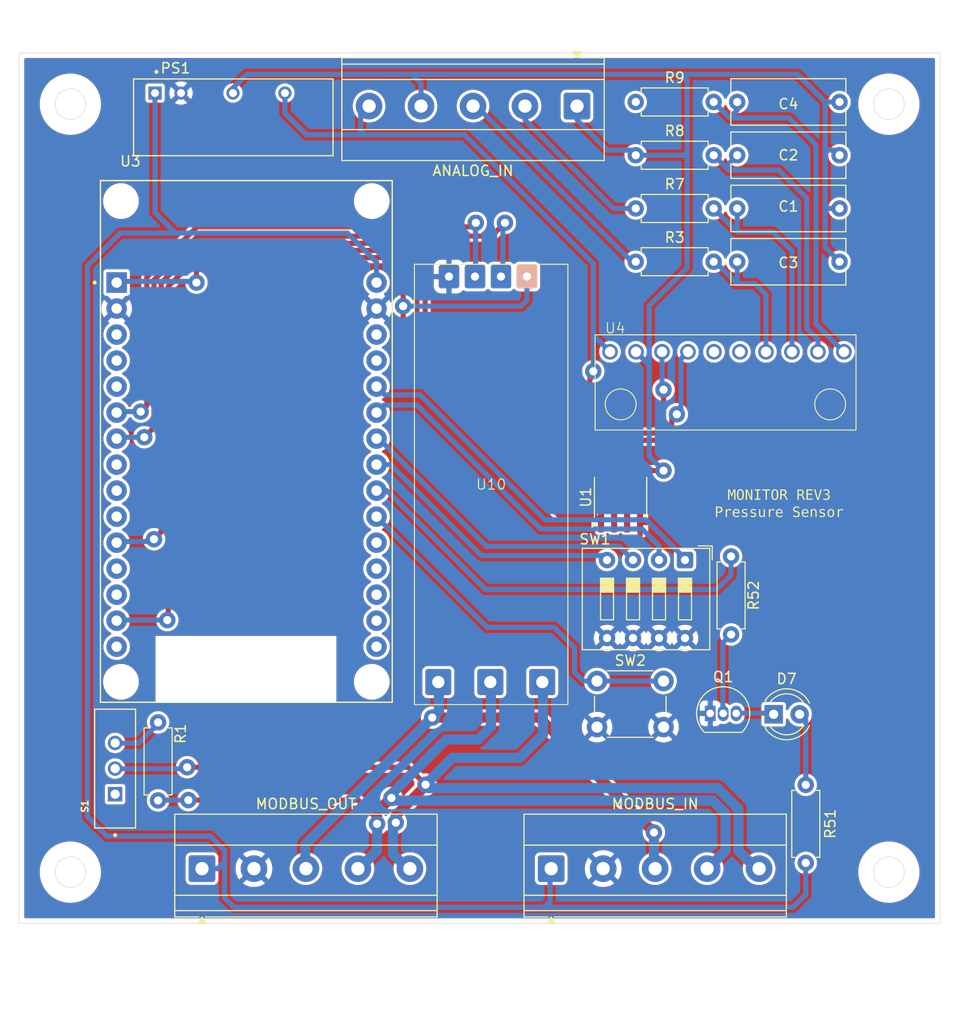
<source format=kicad_pcb>
(kicad_pcb (version 20241229) (generator "pcbnew") (generator_version "9.0")
  (layers (0 "F.Cu" signal) (2 "B.Cu" signal) (13 "F.Paste" user) (15 "B.Paste" user) (5 "F.SilkS" user "F.Silkscreen") (7 "B.SilkS" user "B.Silkscreen") (1 "F.Mask" user) (3 "B.Mask" user) (25 "Edge.Cuts" user))
  (net 0 "")
  (net 1 "GND_T")
  (net 2 "Net-(D7-A)")
  (net 3 "Net-(D7-K)")
  (net 4 "5V_ISO")
  (net 5 "GND_ISO")
  (net 6 "485+")
  (net 7 "485-")
  (net 8 "SDA_H")
  (net 9 "TX")
  (net 10 "GND")
  (net 11 "3V3")
  (net 12 "5V")
  (net 13 "SDA")
  (net 14 "RX")
  (net 15 "SCL_H")
  (net 16 "SCL")
  (net 17 "DIP_2")
  (net 18 "ALE")
  (net 19 "LED")
  (net 20 "BUTTOM")
  (net 21 "DIP_1")
  (net 22 "DIP_4")
  (net 23 "DIP_3")
  (net 24 "SIGNAL_OUT2")
  (net 25 "SIGNAL_OUT3")
  (net 26 "SIGNAL_OUT1")
  (net 27 "Net-(Q1-B)")
  (net 28 "ALE_H")
  (net 29 "Net-(R1-Pad1)")
  (net 47 "SIGNAL_OUT4")
  (net 48 "SIGNAL_2")
  (net 49 "SIGNAL_4")
  (net 50 "SIGNAL_3")
  (net 51 "SIGNAL_1")
  (footprint "ads1015:ADS1015" (layer "F.Cu") (at 141.76 71.54)
    (property "Reference" "U4" (at -10.28 3.35 0) (layer "F.SilkS") (effects (font (thickness 0.1))))
    (property "Value" "ADS1015")
    (pad "1" thru_hole circle (at -0.63 5.66) (size 1.524 1.524) (drill 1.016) (layers "*.Cu" "*.Mask"))
    (pad "2" thru_hole circle (at 1.91 5.66) (size 1.524 1.524) (drill 1.016) (layers "*.Cu" "*.Mask") (net 28 "ALE_H"))
    (pad "3" thru_hole circle (at -8.25 5.66) (size 1.524 1.524) (drill 1.016) (layers "*.Cu" "*.Mask") (net 5 "GND_ISO"))
    (pad "4" thru_hole circle (at 4.45 5.66) (size 1.524 1.524) (drill 1.016) (layers "*.Cu" "*.Mask") (net 26 "SIGNAL_OUT1"))
    (pad "5" thru_hole circle (at 6.99 5.66) (size 1.524 1.524) (drill 1.016) (layers "*.Cu" "*.Mask") (net 24 "SIGNAL_OUT2"))
    (pad "6" thru_hole circle (at 9.53 5.66) (size 1.524 1.524) (drill 1.016) (layers "*.Cu" "*.Mask") (net 25 "SIGNAL_OUT3"))
    (pad "7" thru_hole circle (at 12.07 5.66) (size 1.524 1.524) (drill 1.016) (layers "*.Cu" "*.Mask") (net 47 "SIGNAL_OUT4"))
    (pad "8" thru_hole circle (at -10.79 5.66) (size 1.524 1.524) (drill 1.016) (layers "*.Cu" "*.Mask") (net 4 "5V_ISO"))
    (pad "9" thru_hole circle (at -3.17 5.66) (size 1.524 1.524) (drill 1.016) (layers "*.Cu" "*.Mask") (net 8 "SDA_H"))
    (pad "10" thru_hole circle (at -5.71 5.66) (size 1.524 1.524) (drill 1.016) (layers "*.Cu" "*.Mask") (net 15 "SCL_H"))
  )
  (footprint "Package_TO_SOT_THT:TO-92_Inline" (layer "F.Cu") (at 140.76 112.51)
    (property "Reference" "Q1" (at 1.27 -3.56 0) (layer "F.SilkS"))
    (property "Value" "PN2222A")
    (pad "1" thru_hole rect (at 0 0) (size 1.05 1.5) (drill 0.75) (layers "*.Cu" "*.Mask") (net 10 "GND"))
    (pad "2" thru_hole oval (at 1.27 0) (size 1.05 1.5) (drill 0.75) (layers "*.Cu" "*.Mask") (net 27 "Net-(Q1-B)"))
    (pad "3" thru_hole oval (at 2.54 0) (size 1.05 1.5) (drill 0.75) (layers "*.Cu" "*.Mask") (net 3 "Net-(D7-K)"))
  )
  (footprint "Capacitor_THT:C_Rect_L11.0mm_W4.3mm_P10.00mm_MKT" (layer "F.Cu") (at 153.4 63.2 180)
    (property "Reference" "C1" (at 5 0.2 0) (layer "F.SilkS"))
    (property "Value" "100nF")
    (pad "1" thru_hole circle (at 0 0 180) (size 1.6 1.6) (drill 0.8) (layers "*.Cu" "*.Mask") (net 5 "GND_ISO"))
    (pad "2" thru_hole circle (at 10 0 180) (size 1.6 1.6) (drill 0.8) (layers "*.Cu" "*.Mask") (net 24 "SIGNAL_OUT2"))
  )
  (footprint "Package_SO:SOIC-8_3.9x4.9mm_P1.27mm" (layer "F.Cu") (at 132 91.4 90)
    (property "Reference" "U1" (at 0 -3.4 90) (layer "F.SilkS"))
    (property "Value" "ADuM1201AR")
    (pad "1" smd roundrect (at -2.475 -1.905 90) (size 1.95 0.6) (layers "F.Cu" "F.Mask" "F.Paste") (net 11 "3V3"))
    (pad "2" smd roundrect (at -2.475 -0.635 90) (size 1.95 0.6) (layers "F.Cu" "F.Mask" "F.Paste") (net 16 "SCL"))
    (pad "3" smd roundrect (at -2.475 0.635 90) (size 1.95 0.6) (layers "F.Cu" "F.Mask" "F.Paste") (net 13 "SDA"))
    (pad "4" smd roundrect (at -2.475 1.905 90) (size 1.95 0.6) (layers "F.Cu" "F.Mask" "F.Paste") (net 10 "GND"))
    (pad "5" smd roundrect (at 2.475 1.905 90) (size 1.95 0.6) (layers "F.Cu" "F.Mask" "F.Paste") (net 5 "GND_ISO"))
    (pad "6" smd roundrect (at 2.475 0.635 90) (size 1.95 0.6) (layers "F.Cu" "F.Mask" "F.Paste") (net 8 "SDA_H"))
    (pad "7" smd roundrect (at 2.475 -0.635 90) (size 1.95 0.6) (layers "F.Cu" "F.Mask" "F.Paste") (net 15 "SCL_H"))
    (pad "8" smd roundrect (at 2.475 -1.905 90) (size 1.95 0.6) (layers "F.Cu" "F.Mask" "F.Paste") (net 4 "5V_ISO"))
  )
  (footprint "Resistor_THT:R_Axial_DIN0207_L6.3mm_D2.5mm_P7.62mm_Horizontal" (layer "F.Cu") (at 133.48 68.4)
    (property "Reference" "R3" (at 3.81 -2.37 0) (layer "F.SilkS"))
    (property "Value" "1K")
    (pad "1" thru_hole circle (at 0 0) (size 1.6 1.6) (drill 0.8) (layers "*.Cu" "*.Mask") (net 51 "SIGNAL_1"))
    (pad "2" thru_hole circle (at 7.62 0) (size 1.6 1.6) (drill 0.8) (layers "*.Cu" "*.Mask") (net 26 "SIGNAL_OUT1"))
  )
  (footprint "DC-DC:CONV_TMH_0505S" (layer "F.Cu") (at 94.15 54.3)
    (property "Reference" "PS1" (at -5.65 -4.8 0) (layer "F.SilkS"))
    (property "Value" "TMH_0505S")
    (pad "1" thru_hole rect (at -7.65 -2.373) (size 1.288 1.288) (drill 0.78) (layers "*.Cu" "*.Mask") (net 12 "5V"))
    (pad "2" thru_hole circle (at -5.11 -2.373) (size 1.288 1.288) (drill 0.78) (layers "*.Cu" "*.Mask") (net 10 "GND"))
    (pad "4" thru_hole circle (at -0.03 -2.373) (size 1.288 1.288) (drill 0.78) (layers "*.Cu" "*.Mask") (net 5 "GND_ISO"))
    (pad "6" thru_hole circle (at 5.05 -2.373) (size 1.288 1.288) (drill 0.78) (layers "*.Cu" "*.Mask") (net 4 "5V_ISO"))
  )
  (footprint "Resistor_THT:R_Axial_DIN0207_L6.3mm_D2.5mm_P7.62mm_Horizontal" (layer "F.Cu") (at 86.8 113.39 -90)
    (property "Reference" "R1" (at 1.11 -2.2 90) (layer "F.SilkS"))
    (property "Value" "330")
    (pad "1" thru_hole circle (at 0 0 270) (size 1.6 1.6) (drill 0.8) (layers "*.Cu" "*.Mask") (net 29 "Net-(R1-Pad1)"))
    (pad "2" thru_hole circle (at 7.62 0 270) (size 1.6 1.6) (drill 0.8) (layers "*.Cu" "*.Mask") (net 7 "485-"))
  )
  (footprint "xy-017:XY-017" (layer "F.Cu") (at 126.8 90.15 -90)
    (property "Reference" "U10" (at 0 7.45 0) (layer "F.SilkS") (effects (font (thickness 0.1))))
    (property "Value" "RS485_TRANSCEIVER")
    (pad "1" thru_hole roundrect (at -20.3 3.95 270) (size 2.3 2) (drill 0.8) (layers "*.Cu" "*.Mask" "B.SilkS") (roundrect_rratio 0.125) (net 11 "3V3"))
    (pad "2" thru_hole roundrect (at -20.3 6.49 270) (size 2.3 2) (drill 0.8) (layers "*.Cu" "*.Mask") (roundrect_rratio 0.125) (net 9 "TX"))
    (pad "3" thru_hole roundrect (at -20.3 9.03 270) (size 2.3 2) (drill 0.8) (layers "*.Cu" "*.Mask") (roundrect_rratio 0.125) (net 14 "RX"))
    (pad "4" thru_hole roundrect (at -20.3 11.57 270) (size 2.3 2) (drill 0.8) (layers "*.Cu" "*.Mask") (roundrect_rratio 0.125) (net 10 "GND"))
    (pad "5" thru_hole roundrect (at 19.3 2.45 270) (size 2.54 2.54) (drill 1.2) (layers "*.Cu" "*.Mask") (roundrect_rratio 0.09842519685) (net 6 "485+"))
    (pad "6" thru_hole roundrect (at 19.3 7.53 270) (size 2.54 2.54) (drill 1.2) (layers "*.Cu" "*.Mask") (roundrect_rratio 0.09842519685) (net 7 "485-"))
    (pad "7" thru_hole roundrect (at 19.3 12.61 270) (size 2.54 2.54) (drill 1.2) (layers "*.Cu" "*.Mask") (roundrect_rratio 0.09842519685) (net 1 "GND_T"))
  )
  (footprint "LED_THT:LED_D4.0mm" (layer "F.Cu") (at 146.96 112.6)
    (property "Reference" "D7" (at 1.27 -3.46 0) (layer "F.SilkS"))
    (property "Value" "LED")
    (pad "1" thru_hole rect (at 0 0) (size 1.8 1.8) (drill 0.9) (layers "*.Cu" "*.Mask") (net 3 "Net-(D7-K)"))
    (pad "2" thru_hole circle (at 2.54 0) (size 1.8 1.8) (drill 0.9) (layers "*.Cu" "*.Mask") (net 2 "Net-(D7-A)"))
  )
  (footprint "Resistor_THT:R_Axial_DIN0207_L6.3mm_D2.5mm_P7.62mm_Horizontal" (layer "F.Cu") (at 142.8 104.8 90)
    (property "Reference" "R52" (at 3.81 2.2 90) (layer "F.SilkS"))
    (property "Value" "3.3k")
    (pad "1" thru_hole circle (at 0 0 90) (size 1.6 1.6) (drill 0.8) (layers "*.Cu" "*.Mask") (net 27 "Net-(Q1-B)"))
    (pad "2" thru_hole circle (at 7.62 0 90) (size 1.6 1.6) (drill 0.8) (layers "*.Cu" "*.Mask") (net 19 "LED"))
  )
  (footprint "Resistor_THT:R_Axial_DIN0207_L6.3mm_D2.5mm_P7.62mm_Horizontal" (layer "F.Cu") (at 150.1 127.11 90)
    (property "Reference" "R51" (at 3.81 2.4 90) (layer "F.SilkS"))
    (property "Value" "330")
    (pad "1" thru_hole circle (at 0 0 90) (size 1.6 1.6) (drill 0.8) (layers "*.Cu" "*.Mask") (net 12 "5V"))
    (pad "2" thru_hole circle (at 7.62 0 90) (size 1.6 1.6) (drill 0.8) (layers "*.Cu" "*.Mask") (net 2 "Net-(D7-A)"))
  )
  (footprint "Resistor_THT:R_Axial_DIN0207_L6.3mm_D2.5mm_P7.62mm_Horizontal" (layer "F.Cu") (at 133.48 58)
    (property "Reference" "R8" (at 3.81 -2.37 0) (layer "F.SilkS"))
    (property "Value" "1K")
    (pad "1" thru_hole circle (at 0 0) (size 1.6 1.6) (drill 0.8) (layers "*.Cu" "*.Mask") (net 50 "SIGNAL_3"))
    (pad "2" thru_hole circle (at 7.62 0) (size 1.6 1.6) (drill 0.8) (layers "*.Cu" "*.Mask") (net 25 "SIGNAL_OUT3"))
  )
  (footprint "Capacitor_THT:C_Rect_L11.0mm_W4.3mm_P10.00mm_MKT" (layer "F.Cu") (at 153.4 52.8 180)
    (property "Reference" "C4" (at 5 -0.2 0) (layer "F.SilkS"))
    (property "Value" "100nF")
    (pad "1" thru_hole circle (at 0 0 180) (size 1.6 1.6) (drill 0.8) (layers "*.Cu" "*.Mask") (net 5 "GND_ISO"))
    (pad "2" thru_hole circle (at 10 0 180) (size 1.6 1.6) (drill 0.8) (layers "*.Cu" "*.Mask") (net 47 "SIGNAL_OUT4"))
  )
  (footprint "Capacitor_THT:C_Rect_L11.0mm_W4.3mm_P10.00mm_MKT" (layer "F.Cu") (at 153.4 68.4 180)
    (property "Reference" "C3" (at 5 -0.1 0) (layer "F.SilkS"))
    (property "Value" "100nF")
    (pad "1" thru_hole circle (at 0 0 180) (size 1.6 1.6) (drill 0.8) (layers "*.Cu" "*.Mask") (net 5 "GND_ISO"))
    (pad "2" thru_hole circle (at 10 0 180) (size 1.6 1.6) (drill 0.8) (layers "*.Cu" "*.Mask") (net 26 "SIGNAL_OUT1"))
  )
  (footprint "Button_Switch_THT:SW_PUSH_6mm" (layer "F.Cu") (at 129.7 109.35)
    (property "Reference" "SW2" (at 3.25 -2 0) (layer "F.SilkS"))
    (property "Value" "SW_Push")
    (pad "1" thru_hole circle (at 0 0 90) (size 2 2) (drill 1.1) (layers "*.Cu" "*.Mask") (net 20 "BUTTOM"))
    (pad "1" thru_hole circle (at 6.5 0 90) (size 2 2) (drill 1.1) (layers "*.Cu" "*.Mask") (net 20 "BUTTOM"))
    (pad "2" thru_hole circle (at 0 4.5 90) (size 2 2) (drill 1.1) (layers "*.Cu" "*.Mask") (net 10 "GND"))
    (pad "2" thru_hole circle (at 6.5 4.5 90) (size 2 2) (drill 1.1) (layers "*.Cu" "*.Mask") (net 10 "GND"))
  )
  (footprint "TerminalBlock_Phoenix:TerminalBlock_Phoenix_MKDS-1,5-5-5.08_1x05_P5.08mm_Horizontal" (layer "F.Cu") (at 91.09 127.6725)
    (property "Reference" "MODBUS_OUT" (at 10.16 -6.32 0) (layer "F.SilkS"))
    (property "Value" "SCREW_TEMINAL_5")
    (pad "1" thru_hole roundrect (at 0 0) (size 2.6 2.6) (drill 1.3) (layers "*.Cu" "*.Mask") (roundrect_rratio 0.096154) (net 12 "5V"))
    (pad "2" thru_hole circle (at 5.08 0) (size 2.6 2.6) (drill 1.3) (layers "*.Cu" "*.Mask") (net 10 "GND"))
    (pad "3" thru_hole circle (at 10.16 0) (size 2.6 2.6) (drill 1.3) (layers "*.Cu" "*.Mask") (net 1 "GND_T"))
    (pad "4" thru_hole circle (at 15.24 0) (size 2.6 2.6) (drill 1.3) (layers "*.Cu" "*.Mask") (net 7 "485-"))
    (pad "5" thru_hole circle (at 20.32 0) (size 2.6 2.6) (drill 1.3) (layers "*.Cu" "*.Mask") (net 6 "485+"))
  )
  (footprint "Resistor_THT:R_Axial_DIN0207_L6.3mm_D2.5mm_P7.62mm_Horizontal" (layer "F.Cu") (at 133.48 52.8)
    (property "Reference" "R9" (at 3.81 -2.37 0) (layer "F.SilkS"))
    (property "Value" "1K")
    (pad "1" thru_hole circle (at 0 0) (size 1.6 1.6) (drill 0.8) (layers "*.Cu" "*.Mask") (net 49 "SIGNAL_4"))
    (pad "2" thru_hole circle (at 7.62 0) (size 1.6 1.6) (drill 0.8) (layers "*.Cu" "*.Mask") (net 47 "SIGNAL_OUT4"))
  )
  (footprint "Capacitor_THT:C_Rect_L11.0mm_W4.3mm_P10.00mm_MKT" (layer "F.Cu") (at 153.4 58 180)
    (property "Reference" "C2" (at 5 0 0) (layer "F.SilkS"))
    (property "Value" "100nF")
    (pad "1" thru_hole circle (at 0 0 180) (size 1.6 1.6) (drill 0.8) (layers "*.Cu" "*.Mask") (net 5 "GND_ISO"))
    (pad "2" thru_hole circle (at 10 0 180) (size 1.6 1.6) (drill 0.8) (layers "*.Cu" "*.Mask") (net 25 "SIGNAL_OUT3"))
  )
  (footprint "Button_Switch_THT:SW_DIP_SPSTx04_Slide_9.78x12.34mm_W7.62mm_P2.54mm" (layer "F.Cu") (at 138.2975 97.5325 -90)
    (property "Reference" "SW1" (at -2.0325 8.7975 180) (layer "F.SilkS"))
    (property "Value" "SW_DIP_x04")
    (pad "1" thru_hole roundrect (at 0 0 270) (size 1.6 1.6) (drill 0.8) (layers "*.Cu" "*.Mask") (roundrect_rratio 0.15625) (net 21 "DIP_1"))
    (pad "2" thru_hole circle (at 0 2.54 270) (size 1.6 1.6) (drill 0.8) (layers "*.Cu" "*.Mask") (net 17 "DIP_2"))
    (pad "3" thru_hole circle (at 0 5.08 270) (size 1.6 1.6) (drill 0.8) (layers "*.Cu" "*.Mask") (net 23 "DIP_3"))
    (pad "4" thru_hole circle (at 0 7.62 270) (size 1.6 1.6) (drill 0.8) (layers "*.Cu" "*.Mask") (net 22 "DIP_4"))
    (pad "5" thru_hole circle (at 7.62 7.62 270) (size 1.6 1.6) (drill 0.8) (layers "*.Cu" "*.Mask") (net 10 "GND"))
    (pad "6" thru_hole circle (at 7.62 5.08 270) (size 1.6 1.6) (drill 0.8) (layers "*.Cu" "*.Mask") (net 10 "GND"))
    (pad "7" thru_hole circle (at 7.62 2.54 270) (size 1.6 1.6) (drill 0.8) (layers "*.Cu" "*.Mask") (net 10 "GND"))
    (pad "8" thru_hole circle (at 7.62 0 270) (size 1.6 1.6) (drill 0.8) (layers "*.Cu" "*.Mask") (net 10 "GND"))
  )
  (footprint "ESP32-DEVKIT-V1:MODULE_ESP32_DEVKIT_V1" (layer "F.Cu") (at 95.45 85.95)
    (property "Reference" "U3" (at -11.355 -27.36 0) (layer "F.SilkS"))
    (property "Value" "ESP32-DEVKIT-V1")
    (pad "" np_thru_hole circle (at -12.28 -23.475) (size 3 3) (drill 3) (layers "*.Cu" "*.Mask"))
    (pad "" np_thru_hole circle (at -12.28 23.475) (size 3 3) (drill 3) (layers "*.Cu" "*.Mask"))
    (pad "" np_thru_hole circle (at 12.23 -23.475) (size 3 3) (drill 3) (layers "*.Cu" "*.Mask"))
    (pad "" np_thru_hole circle (at 12.23 23.475) (size 3 3) (drill 3) (layers "*.Cu" "*.Mask"))
    (pad "1" thru_hole rect (at -12.7 -15.515) (size 2 2) (drill 1.02) (layers "*.Cu" "*.Mask") (net 11 "3V3"))
    (pad "2" thru_hole circle (at -12.7 -12.975) (size 2 2) (drill 1.02) (layers "*.Cu" "*.Mask") (net 10 "GND"))
    (pad "3" thru_hole circle (at -12.7 -10.435) (size 2 2) (drill 1.02) (layers "*.Cu" "*.Mask"))
    (pad "4" thru_hole circle (at -12.7 -7.895) (size 2 2) (drill 1.02) (layers "*.Cu" "*.Mask"))
    (pad "5" thru_hole circle (at -12.7 -5.355) (size 2 2) (drill 1.02) (layers "*.Cu" "*.Mask"))
    (pad "6" thru_hole circle (at -12.7 -2.815) (size 2 2) (drill 1.02) (layers "*.Cu" "*.Mask") (net 14 "RX"))
    (pad "7" thru_hole circle (at -12.7 -0.275) (size 2 2) (drill 1.02) (layers "*.Cu" "*.Mask") (net 9 "TX"))
    (pad "8" thru_hole circle (at -12.7 2.265) (size 2 2) (drill 1.02) (layers "*.Cu" "*.Mask"))
    (pad "9" thru_hole circle (at -12.7 4.805) (size 2 2) (drill 1.02) (layers "*.Cu" "*.Mask"))
    (pad "10" thru_hole circle (at -12.7 7.345) (size 2 2) (drill 1.02) (layers "*.Cu" "*.Mask"))
    (pad "11" thru_hole circle (at -12.7 9.885) (size 2 2) (drill 1.02) (layers "*.Cu" "*.Mask") (net 13 "SDA"))
    (pad "12" thru_hole circle (at -12.7 12.425) (size 2 2) (drill 1.02) (layers "*.Cu" "*.Mask"))
    (pad "13" thru_hole circle (at -12.7 14.965) (size 2 2) (drill 1.02) (layers "*.Cu" "*.Mask"))
    (pad "14" thru_hole circle (at -12.7 17.505) (size 2 2) (drill 1.02) (layers "*.Cu" "*.Mask") (net 16 "SCL"))
    (pad "15" thru_hole circle (at -12.7 20.045) (size 2 2) (drill 1.02) (layers "*.Cu" "*.Mask"))
    (pad "16" thru_hole circle (at 12.7 20.045) (size 2 2) (drill 1.02) (layers "*.Cu" "*.Mask"))
    (pad "17" thru_hole circle (at 12.7 17.505) (size 2 2) (drill 1.02) (layers "*.Cu" "*.Mask"))
    (pad "18" thru_hole circle (at 12.7 14.965) (size 2 2) (drill 1.02) (layers "*.Cu" "*.Mask"))
    (pad "19" thru_hole circle (at 12.7 12.425) (size 2 2) (drill 1.02) (layers "*.Cu" "*.Mask"))
    (pad "20" thru_hole circle (at 12.7 9.885) (size 2 2) (drill 1.02) (layers "*.Cu" "*.Mask"))
    (pad "21" thru_hole circle (at 12.7 7.345) (size 2 2) (drill 1.02) (layers "*.Cu" "*.Mask") (net 20 "BUTTOM"))
    (pad "22" thru_hole circle (at 12.7 4.805) (size 2 2) (drill 1.02) (layers "*.Cu" "*.Mask") (net 19 "LED"))
    (pad "23" thru_hole circle (at 12.7 2.265) (size 2 2) (drill 1.02) (layers "*.Cu" "*.Mask") (net 22 "DIP_4"))
    (pad "24" thru_hole circle (at 12.7 -0.275) (size 2 2) (drill 1.02) (layers "*.Cu" "*.Mask") (net 23 "DIP_3"))
    (pad "25" thru_hole circle (at 12.7 -2.815) (size 2 2) (drill 1.02) (layers "*.Cu" "*.Mask") (net 17 "DIP_2"))
    (pad "26" thru_hole circle (at 12.7 -5.355) (size 2 2) (drill 1.02) (layers "*.Cu" "*.Mask") (net 21 "DIP_1"))
    (pad "27" thru_hole circle (at 12.7 -7.895) (size 2 2) (drill 1.02) (layers "*.Cu" "*.Mask"))
    (pad "28" thru_hole circle (at 12.7 -10.435) (size 2 2) (drill 1.02) (layers "*.Cu" "*.Mask") (net 18 "ALE"))
    (pad "29" thru_hole circle (at 12.7 -12.975) (size 2 2) (drill 1.02) (layers "*.Cu" "*.Mask") (net 10 "GND"))
    (pad "30" thru_hole circle (at 12.7 -15.515) (size 2 2) (drill 1.02) (layers "*.Cu" "*.Mask") (net 12 "5V"))
    (zone (net 0) (net_name "") (layer "F.Cu") (connect_pads (clearance 0)) (min_thickness 0.01)
      (keepout (tracks not_allowed) (vias not_allowed) (pads not_allowed) (copperpour not_allowed) (footprints allowed))
      (fill (thermal_gap 0.508) (thermal_bridge_width 0.508))
      (polygon (pts (xy 86.54 104.935) (xy 104.23 104.935) (xy 104.23 111.425) (xy 86.54 111.425)))
    )
    (zone (net 0) (net_name "") (layer "B.Cu") (connect_pads (clearance 0)) (min_thickness 0.01)
      (keepout (tracks not_allowed) (vias not_allowed) (pads not_allowed) (copperpour not_allowed) (footprints allowed))
      (fill (thermal_gap 0.508) (thermal_bridge_width 0.508))
      (polygon (pts (xy 86.54 104.935) (xy 104.23 104.935) (xy 104.23 111.425) (xy 86.54 111.425)))
    )
  )
  (footprint "TerminalBlock_Phoenix:TerminalBlock_Phoenix_MKDS-1,5-5-5.08_1x05_P5.08mm_Horizontal" (layer "F.Cu") (at 125.22 127.6725)
    (property "Reference" "MODBUS_IN" (at 10.16 -6.32 0) (layer "F.SilkS"))
    (property "Value" "SCREW_TERMINAL_5")
    (pad "1" thru_hole roundrect (at 0 0) (size 2.6 2.6) (drill 1.3) (layers "*.Cu" "*.Mask") (roundrect_rratio 0.096154) (net 12 "5V"))
    (pad "2" thru_hole circle (at 5.08 0) (size 2.6 2.6) (drill 1.3) (layers "*.Cu" "*.Mask") (net 10 "GND"))
    (pad "3" thru_hole circle (at 10.16 0) (size 2.6 2.6) (drill 1.3) (layers "*.Cu" "*.Mask") (net 1 "GND_T"))
    (pad "4" thru_hole circle (at 15.24 0) (size 2.6 2.6) (drill 1.3) (layers "*.Cu" "*.Mask") (net 7 "485-"))
    (pad "5" thru_hole circle (at 20.32 0) (size 2.6 2.6) (drill 1.3) (layers "*.Cu" "*.Mask") (net 6 "485+"))
  )
  (footprint "Resistor_THT:R_Axial_DIN0207_L6.3mm_D2.5mm_P7.62mm_Horizontal" (layer "F.Cu") (at 133.48 63.2)
    (property "Reference" "R7" (at 3.81 -2.37 0) (layer "F.SilkS"))
    (property "Value" "1K")
    (pad "1" thru_hole circle (at 0 0) (size 1.6 1.6) (drill 0.8) (layers "*.Cu" "*.Mask") (net 48 "SIGNAL_2"))
    (pad "2" thru_hole circle (at 7.62 0) (size 1.6 1.6) (drill 0.8) (layers "*.Cu" "*.Mask") (net 24 "SIGNAL_OUT2"))
  )
  (footprint "MINI-SPDT-SW:SW_MINI-SPDT-SW" (layer "F.Cu") (at 82.6 117.9 90)
    (property "Reference" "S1" (at -3.683 -2.9464 90) (layer "F.SilkS") (effects (font (size 0.64 0.64))))
    (property "Value" "MINI-SPDT-SW")
    (pad "1" thru_hole rect (at -2.5 0 90) (size 1.408 1.408) (drill 0.9) (layers "*.Cu" "*.Mask"))
    (pad "2" thru_hole circle (at 0 0 90) (size 1.408 1.408) (drill 0.9) (layers "*.Cu" "*.Mask") (net 6 "485+"))
    (pad "3" thru_hole circle (at 2.5 0 90) (size 1.408 1.408) (drill 0.9) (layers "*.Cu" "*.Mask") (net 29 "Net-(R1-Pad1)"))
  )
  (footprint "TerminalBlock_Phoenix:TerminalBlock_Phoenix_MKDS-1,5-5-5.08_1x05_P5.08mm_Horizontal" (layer "F.Cu") (at 127.74 53.2 180)
    (property "Reference" "ANALOG_IN" (at 10.16 -6.32 0) (layer "F.SilkS"))
    (property "Value" "SCREW_TERMINAL_5")
    (pad "1" thru_hole roundrect (at 0 0 180) (size 2.6 2.6) (drill 1.3) (layers "*.Cu" "*.Mask") (roundrect_rratio 0.096154) (net 50 "SIGNAL_3"))
    (pad "2" thru_hole circle (at 5.08 0 180) (size 2.6 2.6) (drill 1.3) (layers "*.Cu" "*.Mask") (net 48 "SIGNAL_2"))
    (pad "3" thru_hole circle (at 10.16 0 180) (size 2.6 2.6) (drill 1.3) (layers "*.Cu" "*.Mask") (net 51 "SIGNAL_1"))
    (pad "4" thru_hole circle (at 15.24 0 180) (size 2.6 2.6) (drill 1.3) (layers "*.Cu" "*.Mask") (net 5 "GND_ISO"))
    (pad "5" thru_hole circle (at 20.32 0 180) (size 2.6 2.6) (drill 1.3) (layers "*.Cu" "*.Mask") (net 4 "5V_ISO"))
  )
  (gr_circle (center 78.225 128.015) (end 79.725 128.015) (stroke (width 0.05)) (fill no) (layer "Edge.Cuts"))
  (gr_circle (center 158.225 53.015) (end 159.725 53.015) (stroke (width 0.05)) (fill no) (layer "Edge.Cuts"))
  (gr_rect (start 73.225 48.015) (end 163.225 133.015) (stroke (width 0.05)) (fill no) (layer "Edge.Cuts"))
  (gr_circle (center 158.225 128.015) (end 159.725 128.015) (stroke (width 0.05)) (fill no) (layer "Edge.Cuts"))
  (gr_circle (center 78.225 53.015) (end 79.725 53.015) (stroke (width 0.05)) (fill no) (layer "Edge.Cuts"))
  (gr_text "MONITOR REV3\nPressure Sensor" (at 147.5 93.5 0) (layer "F.SilkS") (effects (font (size 1 1) (thickness 0.1)) (justify bottom)))
  (segment (start 135.33 124.21) (end 135.26 124.14) (width 1) (layer "F.Cu") (net 1))
  (segment (start 135.26 124.14) (end 124.04 112.92) (width 1) (layer "F.Cu") (net 1))
  (segment (start 124.04 112.92) (end 113.59 112.92) (width 1) (layer "F.Cu") (net 1))
  (via (at 135.26 124.14) (size 1.6) (drill 0.8) (layers "F.Cu" "B.Cu") (net 1))
  (via (at 113.59 112.92) (size 1.6) (drill 0.8) (layers "F.Cu" "B.Cu") (net 1))
  (segment (start 114.245 112.265) (end 112.16 114.35) (width 1) (layer "B.Cu") (net 1))
  (segment (start 112.16 114.35) (end 113.59 112.92) (width 1) (layer "B.Cu") (net 1))
  (segment (start 135.26 127.83) (end 135.27 127.84) (width 1) (layer "B.Cu") (net 1))
  (segment (start 101.19 127.84) (end 101.19 125.32) (width 1) (layer "B.Cu") (net 1))
  (segment (start 114.245 109.14) (end 114.245 112.265) (width 1) (layer "B.Cu") (net 1))
  (segment (start 101.19 125.32) (end 112.16 114.35) (width 1) (layer "B.Cu") (net 1))
  (segment (start 114.245 112.265) (end 113.59 112.92) (width 1) (layer "B.Cu") (net 1))
  (segment (start 135.26 124.14) (end 135.26 127.83) (width 1) (layer "B.Cu") (net 1))
  (segment (start 150.1 119.49) (end 150.1 113.2) (width 0.5) (layer "B.Cu") (net 2))
  (segment (start 150.1 113.2) (end 149.5 112.6) (width 0.5) (layer "B.Cu") (net 2))
  (segment (start 146.91 112.49) (end 143.26 112.49) (width 0.5) (layer "B.Cu") (net 3))
  (segment (start 143.26 112.49) (end 143.2 112.55) (width 0.5) (layer "B.Cu") (net 3))
  (segment (start 130.095 86.395) (end 130.095 88.925) (width 0.5) (layer "F.Cu") (net 4))
  (segment (start 129 79.435) (end 129 84.9) (width 0.5) (layer "F.Cu") (net 4))
  (segment (start 129 84.9) (end 129 85.3) (width 0.5) (layer "F.Cu") (net 4))
  (segment (start 129 85.3) (end 130.095 86.395) (width 0.5) (layer "F.Cu") (net 4))
  (segment (start 129 85.3) (end 130.025 86.325) (width 0.5) (layer "F.Cu") (net 4))
  (segment (start 129.335 79.1) (end 129 79.435) (width 0.5) (layer "F.Cu") (net 4))
  (via (at 129.335 79.1) (size 1.6) (drill 0.8) (layers "F.Cu" "B.Cu") (net 4))
  (segment (start 129.335 75.565) (end 129.335 79.1) (width 0.5) (layer "B.Cu") (net 4))
  (segment (start 99.2 51.927) (end 99.2 53.9) (width 0.5) (layer "B.Cu") (net 4))
  (segment (start 129.335 79.1) (end 129.335 79.165) (width 0.5) (layer "B.Cu") (net 4))
  (segment (start 129.335 75.565) (end 129.335 68.587029) (width 0.5) (layer "B.Cu") (net 4))
  (segment (start 116.747971 56) (end 107 56) (width 0.5) (layer "B.Cu") (net 4))
  (segment (start 129.335 68.587029) (end 116.747971 56) (width 0.5) (layer "B.Cu") (net 4))
  (segment (start 106.6 55.6) (end 107 56) (width 0.5) (layer "B.Cu") (net 4))
  (segment (start 129.335 79.165) (end 129.3 79.2) (width 0.5) (layer "B.Cu") (net 4))
  (segment (start 107.42 53.2) (end 106.6 54.02) (width 0.5) (layer "B.Cu") (net 4))
  (segment (start 129.335 75.565) (end 130.97 77.2) (width 0.5) (layer "B.Cu") (net 4))
  (segment (start 101.3 56) (end 107 56) (width 0.5) (layer "B.Cu") (net 4))
  (segment (start 106.6 54.02) (end 106.6 55.6) (width 0.5) (layer "B.Cu") (net 4))
  (segment (start 99.2 53.9) (end 101.3 56) (width 0.5) (layer "B.Cu") (net 4))
  (segment (start 134.03 88.8) (end 133.905 88.925) (width 0.5) (layer "F.Cu") (net 5))
  (segment (start 136.2 88.8) (end 134.03 88.8) (width 0.5) (layer "F.Cu") (net 5))
  (via (at 136.2 88.8) (size 1.6) (drill 0.8) (layers "F.Cu" "B.Cu") (net 5))
  (segment (start 147.7 50.1) (end 149.3 50.1) (width 0.5) (layer "B.Cu") (net 5))
  (segment (start 114.6 50.1) (end 111.6 50.1) (width 0.5) (layer "B.Cu") (net 5))
  (segment (start 138.5 50.7) (end 137.9 50.1) (width 0.5) (layer "B.Cu") (net 5))
  (segment (start 134.8 74.7) (end 134.8 79.1) (width 0.5) (layer "B.Cu") (net 5))
  (segment (start 133.51 77.2) (end 134.8 78.49) (width 0.5) (layer "B.Cu") (net 5))
  (segment (start 134.1 50.1) (end 137.9 50.1) (width 0.5) (layer "B.Cu") (net 5))
  (segment (start 152 52.8) (end 152 57.5) (width 0.5) (layer "B.Cu") (net 5))
  (segment (start 94.12 51.927) (end 94.12 51.43) (width 0.5) (layer "B.Cu") (net 5))
  (segment (start 134.8 78.49) (end 134.8 79.1) (width 0.5) (layer "B.Cu") (net 5))
  (segment (start 134.8 87.4) (end 136.2 88.8) (width 0.5) (layer "B.Cu") (net 5))
  (segment (start 152 57.5) (end 152.9 57.5) (width 0.5) (layer "B.Cu") (net 5))
  (segment (start 134.8 72.7) (end 134.8 74.7) (width 0.5) (layer "B.Cu") (net 5))
  (segment (start 138.5 58) (end 138.5 58.3) (width 0.5) (layer "B.Cu") (net 5))
  (segment (start 109.1 50.1) (end 110.3 50.1) (width 0.5) (layer "B.Cu") (net 5))
  (segment (start 112.5 53.2) (end 112.5 51) (width 0.5) (layer "B.Cu") (net 5))
  (segment (start 111.6 50.1) (end 109.1 50.1) (width 0.5) (layer "B.Cu") (net 5))
  (segment (start 153.4 52.8) (end 152 52.8) (width 0.5) (layer "B.Cu") (net 5))
  (segment (start 152 63) (end 152 67) (width 0.5) (layer "B.Cu") (net 5))
  (segment (start 138.5 69) (end 134.8 72.7) (width 0.5) (layer "B.Cu") (net 5))
  (segment (start 138.5 58.3) (end 138.5 69) (width 0.5) (layer "B.Cu") (net 5))
  (segment (start 152.2 63.2) (end 153.4 63.2) (width 0.5) (layer "B.Cu") (net 5))
  (segment (start 149.3 50.1) (end 152 52.8) (width 0.5) (layer "B.Cu") (net 5))
  (segment (start 152.9 57.5) (end 153.4 58) (width 0.5) (layer "B.Cu") (net 5))
  (segment (start 151.45 52.25) (end 149.85 50.65) (width 0.5) (layer "B.Cu") (net 5))
  (segment (start 133.48 58) (end 138.5 58) (width 0.5) (layer "B.Cu") (net 5))
  (segment (start 95.45 50.1) (end 109.1 50.1) (width 0.5) (layer "B.Cu") (net 5))
  (segment (start 134.8 79.1) (end 134.8 87.4) (width 0.5) (layer "B.Cu") (net 5))
  (segment (start 112.5 50.1) (end 114.6 50.1) (width 0.5) (layer "B.Cu") (net 5))
  (segment (start 152 63) (end 152.2 63.2) (width 0.5) (layer "B.Cu") (net 5))
  (segment (start 112.5 51) (end 111.6 50.1) (width 0.5) (layer "B.Cu") (net 5))
  (segment (start 152 52.8) (end 151.45 52.25) (width 0.5) (layer "B.Cu") (net 5))
  (segment (start 152 57.5) (end 152 63) (width 0.5) (layer "B.Cu") (net 5))
  (segment (start 138.5 58.3) (end 138.5 50.7) (width 0.5) (layer "B.Cu") (net 5))
  (segment (start 94.12 51.43) (end 95.45 50.1) (width 0.5) (layer "B.Cu") (net 5))
  (segment (start 149.3 50.1) (end 151.45 52.25) (width 0.5) (layer "B.Cu") (net 5))
  (segment (start 152 67) (end 153.4 68.4) (width 0.5) (layer "B.Cu") (net 5))
  (segment (start 114.6 50.1) (end 134.1 50.1) (width 0.5) (layer "B.Cu") (net 5))
  (segment (start 137.9 50.1) (end 147.7 50.1) (width 0.5) (layer "B.Cu") (net 5))
  (segment (start 149.85 50.65) (end 149.65 50.45) (width 0.5) (layer "B.Cu") (net 5))
  (segment (start 110.03 122.48) (end 110.03 123.18) (width 1) (layer "F.Cu") (net 6))
  (segment (start 112.94 119.57) (end 110.03 122.48) (width 1) (layer "F.Cu") (net 6))
  (segment (start 111.24 117.77) (end 89.64 117.77) (width 0.5) (layer "F.Cu") (net 6))
  (segment (start 112.94 119.47) (end 111.24 117.77) (width 0.5) (layer "F.Cu") (net 6))
  (segment (start 112.94 119.47) (end 112.94 119.57) (width 1) (layer "F.Cu") (net 6))
  (via (at 89.64 117.77) (size 1.6) (drill 0.8) (layers "F.Cu" "B.Cu") (net 6))
  (via (at 110.03 123.18) (size 1.6) (drill 0.8) (layers "F.Cu" "B.Cu") (net 6))
  (via (at 112.94 119.47) (size 1.6) (drill 0.8) (layers "F.Cu" "B.Cu") (net 6))
  (segment (start 141.485 119.81) (end 143.5 121.825) (width 1) (layer "B.Cu") (net 6))
  (segment (start 112.94 119.47) (end 113.28 119.81) (width 1) (layer "B.Cu") (net 6))
  (segment (start 109.76 126.25) (end 109.76 123.45) (width 1) (layer "B.Cu") (net 6))
  (segment (start 123.32 119.81) (end 122.83 119.81) (width 1) (layer "B.Cu") (net 6))
  (segment (start 124.405 114.585) (end 124.405 109.14) (width 1) (layer "B.Cu") (net 6))
  (segment (start 145.43 127.84) (end 143.522 125.932) (width 1) (layer "B.Cu") (net 6))
  (segment (start 122.14 116.85) (end 124.405 114.585) (width 1) (layer "B.Cu") (net 6))
  (segment (start 109.76 123.45) (end 110.03 123.18) (width 1) (layer "B.Cu") (net 6))
  (segment (start 111.35 127.84) (end 109.76 126.25) (width 1) (layer "B.Cu") (net 6))
  (segment (start 143.522 125.932) (end 143.522 121.825) (width 1) (layer "B.Cu") (net 6))
  (segment (start 124.405 109.14) (end 124.51 109.245) (width 1) (layer "B.Cu") (net 6))
  (segment (start 113.28 119.81) (end 122.83 119.81) (width 1) (layer "B.Cu") (net 6))
  (segment (start 115.56 116.85) (end 122.14 116.85) (width 1) (layer "B.Cu") (net 6))
  (segment (start 145.43 127.02) (end 145.43 127.84) (width 1) (layer "B.Cu") (net 6))
  (segment (start 89.4875 117.9225) (end 89.64 117.77) (width 0.5) (layer "B.Cu") (net 6))
  (segment (start 122.83 119.81) (end 141.485 119.81) (width 1) (layer "B.Cu") (net 6))
  (segment (start 83 117.9225) (end 89.4875 117.9225) (width 0.5) (layer "B.Cu") (net 6))
  (segment (start 112.94 119.47) (end 115.56 116.85) (width 1) (layer "B.Cu") (net 6))
  (segment (start 89.76 120.98) (end 106.36 120.98) (width 0.5) (layer "F.Cu") (net 7))
  (segment (start 109.547968 120.77) (end 108.2 122.117968) (width 1) (layer "F.Cu") (net 7))
  (segment (start 108.2 122.82) (end 108.2 123.3) (width 0.5) (layer "F.Cu") (net 7))
  (segment (start 106.36 120.98) (end 108.2 122.82) (width 0.5) (layer "F.Cu") (net 7))
  (segment (start 109.603984 120.77) (end 109.547968 120.77) (width 1) (layer "F.Cu") (net 7))
  (segment (start 108.2 122.117968) (end 108.2 123.3) (width 1) (layer "F.Cu") (net 7))
  (via (at 109.603984 120.77) (size 1.6) (drill 0.8) (layers "F.Cu" "B.Cu") (net 7))
  (via (at 89.76 120.98) (size 1.6) (drill 0.8) (layers "F.Cu" "B.Cu") (net 7))
  (via (at 108.2 123.3) (size 1.6) (drill 0.8) (layers "F.Cu" "B.Cu") (net 7))
  (segment (start 106.27 127.84) (end 108.2 125.91) (width 1) (layer "B.Cu") (net 7))
  (segment (start 118.08 115.06) (end 119.325 113.815) (width 1) (layer "B.Cu") (net 7))
  (segment (start 109.853984 121.02) (end 109.603984 120.77) (width 1) (layer "B.Cu") (net 7))
  (segment (start 109.603984 120.396016) (end 114.94 115.06) (width 1) (layer "B.Cu") (net 7))
  (segment (start 142.27 125.92) (end 142.27 122.31) (width 1) (layer "B.Cu") (net 7))
  (segment (start 109.603984 120.77) (end 109.603984 120.396016) (width 1) (layer "B.Cu") (net 7))
  (segment (start 119.325 113.815) (end 119.325 109.14) (width 1) (layer "B.Cu") (net 7))
  (segment (start 89.76 120.98) (end 86.96 120.98) (width 0.5) (layer "B.Cu") (net 7))
  (segment (start 86.96 120.98) (end 86.93 121.01) (width 0.5) (layer "B.Cu") (net 7))
  (segment (start 140.35 127.84) (end 142.27 125.92) (width 1) (layer "B.Cu") (net 7))
  (segment (start 142.27 122.31) (end 140.98 121.02) (width 1) (layer "B.Cu") (net 7))
  (segment (start 140.98 121.02) (end 109.853984 121.02) (width 1) (layer "B.Cu") (net 7))
  (segment (start 108.2 125.91) (end 108.2 123.3) (width 1) (layer "B.Cu") (net 7))
  (segment (start 114.94 115.06) (end 118.08 115.06) (width 1) (layer "B.Cu") (net 7))
  (segment (start 136.6 85.8425) (end 133.5575 85.8425) (width 0.5) (layer "F.Cu") (net 8))
  (segment (start 132.635 86.765) (end 132.635 88.925) (width 0.5) (layer "F.Cu") (net 8))
  (segment (start 133.5575 85.8425) (end 132.635 86.765) (width 0.5) (layer "F.Cu") (net 8))
  (segment (start 137 83.8) (end 137 85.4425) (width 0.5) (layer "F.Cu") (net 8))
  (segment (start 137.5 83.3) (end 137 83.8) (width 0.5) (layer "F.Cu") (net 8))
  (segment (start 137 85.4425) (end 136.6 85.8425) (width 0.5) (layer "F.Cu") (net 8))
  (via (at 137.5 83.3) (size 1.6) (drill 0.8) (layers "F.Cu" "B.Cu") (net 8))
  (segment (start 137.9 82.9) (end 137.5 83.3) (width 0.5) (layer "B.Cu") (net 8))
  (segment (start 138.59 77.2) (end 137.9 77.89) (width 0.5) (layer "B.Cu") (net 8))
  (segment (start 137.9 77.89) (end 137.9 82.9) (width 0.5) (layer "B.Cu") (net 8))
  (segment (start 86.4 84.59) (end 86.4 70.18995) (width 0.5) (layer "F.Cu") (net 9))
  (segment (start 86.4 70.18995) (end 90.689951 65.9) (width 0.5) (layer "F.Cu") (net 9))
  (segment (start 90.689951 65.9) (end 119.4 65.9) (width 0.5) (layer "F.Cu") (net 9))
  (segment (start 119.4 65.9) (end 120.7 64.6) (width 0.5) (layer "F.Cu") (net 9))
  (segment (start 85.45 85.54) (end 86.4 84.59) (width 0.5) (layer "F.Cu") (net 9))
  (via (at 120.7 64.6) (size 1.6) (drill 0.8) (layers "F.Cu" "B.Cu") (net 9))
  (via (at 85.45 85.54) (size 1.6) (drill 0.8) (layers "F.Cu" "B.Cu") (net 9))
  (segment (start 120.5 66.6) (end 120.5 66.1) (width 0.5) (layer "B.Cu") (net 9))
  (segment (start 120.5 66.6) (end 120.5 66.1) (width 0.5) (layer "B.Cu") (net 9))
  (segment (start 82.675 85.54) (end 82.65 85.565) (width 0.5) (layer "B.Cu") (net 9))
  (segment (start 120.365 69.54) (end 120.5 69.405) (width 0.5) (layer "B.Cu") (net 9))
  (segment (start 85.45 85.54) (end 82.675 85.54) (width 0.5) (layer "B.Cu") (net 9))
  (segment (start 120.5 66.1) (end 120.5 64.8) (width 0.5) (layer "B.Cu") (net 9))
  (segment (start 120.5 64.8) (end 120.7 64.6) (width 0.5) (layer "B.Cu") (net 9))
  (segment (start 120.5 69.405) (end 120.5 66.6) (width 0.5) (layer "B.Cu") (net 9))
  (segment (start 126 93.2) (end 110.75 77.95) (width 0.5) (layer "F.Cu") (net 11))
  (segment (start 91.9 68) (end 109.36 68) (width 0.5) (layer "F.Cu") (net 11))
  (segment (start 110.75 69.39) (end 110.75 72.74) (width 0.5) (layer "F.Cu") (net 11))
  (segment (start 129.42 93.2) (end 126 93.2) (width 0.5) (layer "F.Cu") (net 11))
  (segment (start 110.75 77.95) (end 110.75 72.74) (width 0.5) (layer "F.Cu") (net 11))
  (segment (start 109.36 68) (end 110.75 69.39) (width 0.5) (layer "F.Cu") (net 11))
  (segment (start 90.55 69.35) (end 91.9 68) (width 0.5) (layer "F.Cu") (net 11))
  (segment (start 130.095 93.875) (end 129.42 93.2) (width 0.5) (layer "F.Cu") (net 11))
  (segment (start 90.55 70.44) (end 90.55 69.35) (width 0.5) (layer "F.Cu") (net 11))
  (via (at 110.75 72.74) (size 1.6) (drill 0.8) (layers "F.Cu" "B.Cu") (net 11))
  (via (at 90.55 70.44) (size 1.6) (drill 0.8) (layers "F.Cu" "B.Cu") (net 11))
  (segment (start 110.75 72.74) (end 115 72.74) (width 0.5) (layer "B.Cu") (net 11))
  (segment (start 90.55 70.44) (end 90.435 70.325) (width 0.5) (layer "B.Cu") (net 11))
  (segment (start 122.85 69.595) (end 122.905 69.54) (width 0.5) (layer "B.Cu") (net 11))
  (segment (start 122.26 72.74) (end 122.85 72.15) (width 0.5) (layer "B.Cu") (net 11))
  (segment (start 122.85 72.15) (end 122.85 69.595) (width 0.5) (layer "B.Cu") (net 11))
  (segment (start 90.435 70.325) (end 82.65 70.325) (width 0.5) (layer "B.Cu") (net 11))
  (segment (start 115 72.74) (end 122.26 72.74) (width 0.5) (layer "B.Cu") (net 11))
  (segment (start 91.9 124.5) (end 93.3 125.9) (width 0.5) (layer "B.Cu") (net 12))
  (segment (start 88.5 65.6) (end 90.1 65.6) (width 0.5) (layer "B.Cu") (net 12))
  (segment (start 83.1 65.6) (end 83 65.7) (width 0.5) (layer "B.Cu") (net 12))
  (segment (start 105.3 65.6) (end 108.15 68.45) (width 0.5) (layer "B.Cu") (net 12))
  (segment (start 91.09 127.6725) (end 92.6275 127.6725) (width 0.5) (layer "B.Cu") (net 12))
  (segment (start 90.1 65.6) (end 83.1 65.6) (width 0.5) (layer "B.Cu") (net 12))
  (segment (start 124.55 131.44) (end 148.86 131.44) (width 0.5) (layer "B.Cu") (net 12))
  (segment (start 86.5 63.6) (end 88.2 65.3) (width 0.5) (layer "B.Cu") (net 12))
  (segment (start 93.3 125.9) (end 93.3 127) (width 0.5) (layer "B.Cu") (net 12))
  (segment (start 125.11 130.88) (end 124.55 131.44) (width 0.5) (layer "B.Cu") (net 12))
  (segment (start 148.86 131.44) (end 150.1 130.2) (width 0.5) (layer "B.Cu") (net 12))
  (segment (start 86.5 51.927) (end 86.5 63.6) (width 0.5) (layer "B.Cu") (net 12))
  (segment (start 90.1 65.6) (end 105.3 65.6) (width 0.5) (layer "B.Cu") (net 12))
  (segment (start 83 65.7) (end 79.9 68.8) (width 0.5) (layer "B.Cu") (net 12))
  (segment (start 79.9 68.8) (end 79.9 122.6) (width 0.5) (layer "B.Cu") (net 12))
  (segment (start 94.2 131.44) (end 124.55 131.44) (width 0.5) (layer "B.Cu") (net 12))
  (segment (start 93.3 127) (end 93.3 130.54) (width 0.5) (layer "B.Cu") (net 12))
  (segment (start 92.6275 127.6725) (end 93.3 127) (width 0.5) (layer "B.Cu") (net 12))
  (segment (start 150.1 130.2) (end 150.1 127.11) (width 0.5) (layer "B.Cu") (net 12))
  (segment (start 81.8 124.5) (end 91.9 124.5) (width 0.5) (layer "B.Cu") (net 12))
  (segment (start 125.11 127.84) (end 125.11 130.88) (width 0.5) (layer "B.Cu") (net 12))
  (segment (start 93.3 130.54) (end 94.2 131.44) (width 0.5) (layer "B.Cu") (net 12))
  (segment (start 108.15 68.45) (end 108.15 70.435) (width 0.5) (layer "B.Cu") (net 12))
  (segment (start 88.2 65.3) (end 88.5 65.6) (width 0.5) (layer "B.Cu") (net 12))
  (segment (start 79.9 122.6) (end 81.8 124.5) (width 0.5) (layer "B.Cu") (net 12))
  (segment (start 87.1 70.4799) (end 87.1 94.8) (width 0.5) (layer "F.Cu") (net 13))
  (segment (start 112.9 68.7) (end 110.8 66.6) (width 0.5) (layer "F.Cu") (net 13))
  (segment (start 132.635 92.900001) (end 131.434999 91.7) (width 0.5) (layer "F.Cu") (net 13))
  (segment (start 126.694975 91.7) (end 112.9 77.905025) (width 0.5) (layer "F.Cu") (net 13))
  (segment (start 112.9 77.905025) (end 112.9 68.7) (width 0.5) (layer "F.Cu") (net 13))
  (segment (start 87.1 94.8) (end 86.4 95.5) (width 0.5) (layer "F.Cu") (net 13))
  (segment (start 131.434999 91.7) (end 126.694975 91.7) (width 0.5) (layer "F.Cu") (net 13))
  (segment (start 90.9799 66.6) (end 87.1 70.4799) (width 0.5) (layer "F.Cu") (net 13))
  (segment (start 132.635 93.875) (end 132.635 92.900001) (width 0.5) (layer "F.Cu") (net 13))
  (segment (start 110.8 66.6) (end 90.9799 66.6) (width 0.5) (layer "F.Cu") (net 13))
  (segment (start 82.65 95.725) (end 82.805 95.57) (width 0.5) (layer "F.Cu") (net 13))
  (via (at 86.4 95.5) (size 1.6) (drill 0.8) (layers "F.Cu" "B.Cu") (net 13))
  (segment (start 82.65 95.725) (end 86.175 95.725) (width 0.5) (layer "B.Cu") (net 13))
  (segment (start 86.175 95.725) (end 86.4 95.5) (width 0.5) (layer "B.Cu") (net 13))
  (segment (start 85.1 83.04) (end 85.7 82.44) (width 0.5) (layer "F.Cu") (net 14))
  (segment (start 85.7 82.44) (end 85.7 69.9) (width 0.5) (layer "F.Cu") (net 14))
  (segment (start 85.7 69.9) (end 90.6 65) (width 0.5) (layer "F.Cu") (net 14))
  (segment (start 117.45 65) (end 117.85 64.6) (width 0.5) (layer "F.Cu") (net 14))
  (segment (start 90.6 65) (end 117.45 65) (width 0.5) (layer "F.Cu") (net 14))
  (segment (start 85.1 83.04) (end 85.328 83.04) (width 0.5) (layer "F.Cu") (net 14))
  (via (at 117.85 64.6) (size 1.6) (drill 0.8) (layers "F.Cu" "B.Cu") (net 14))
  (via (at 85.1 83.04) (size 1.6) (drill 0.8) (layers "F.Cu" "B.Cu") (net 14))
  (segment (start 117.825 69.54) (end 117.825 64.625) (width 0.5) (layer "B.Cu") (net 14))
  (segment (start 117.84 64.61) (end 117.85 64.6) (width 0.5) (layer "B.Cu") (net 14))
  (segment (start 82.665 83.04) (end 85.1 83.04) (width 0.5) (layer "B.Cu") (net 14))
  (segment (start 117.84 66.59) (end 117.84 64.61) (width 0.5) (layer "B.Cu") (net 14))
  (segment (start 117.825 64.625) (end 117.85 64.6) (width 0.5) (layer "B.Cu") (net 14))
  (segment (start 82.65 83.025) (end 82.665 83.04) (width 0.5) (layer "B.Cu") (net 14))
  (segment (start 131.365 86.835) (end 133.0575 85.1425) (width 0.5) (layer "F.Cu") (net 15))
  (segment (start 133.0575 85.1425) (end 135.6575 85.1425) (width 0.5) (layer "F.Cu") (net 15))
  (segment (start 136.2 84.6) (end 136.2 80.9) (width 0.5) (layer "F.Cu") (net 15))
  (segment (start 135.6575 85.1425) (end 136.2 84.6) (width 0.5) (layer "F.Cu") (net 15))
  (segment (start 131.365 88.925) (end 131.365 86.835) (width 0.5) (layer "F.Cu") (net 15))
  (via (at 136.2 80.9) (size 1.6) (drill 0.8) (layers "F.Cu" "B.Cu") (net 15))
  (segment (start 136.05 80.75) (end 136.2 80.9) (width 0.5) (layer "B.Cu") (net 15))
  (segment (start 136.05 77.2) (end 136.05 80.75) (width 0.5) (layer "B.Cu") (net 15))
  (segment (start 87.8 70.82) (end 87.8 103.3) (width 0.5) (layer "F.Cu") (net 16))
  (segment (start 112.1 69.2) (end 110.2 67.3) (width 0.5) (layer "F.Cu") (net 16))
  (segment (start 87.8 103.3) (end 87.7 103.4) (width 0.5) (layer "F.Cu") (net 16))
  (segment (start 110.2 67.3) (end 91.32 67.3) (width 0.5) (layer "F.Cu") (net 16))
  (segment (start 126.349 92.449) (end 112.1 78.2) (width 0.5) (layer "F.Cu") (net 16))
  (segment (start 91.32 67.3) (end 87.8 70.82) (width 0.5) (layer "F.Cu") (net 16))
  (segment (start 131.365 93.875) (end 131.365 92.900001) (width 0.5) (layer "F.Cu") (net 16))
  (segment (start 131.365 92.900001) (end 130.913999 92.449) (width 0.5) (layer "F.Cu") (net 16))
  (segment (start 112.1 78.2) (end 112.1 69.2) (width 0.5) (layer "F.Cu") (net 16))
  (segment (start 130.913999 92.449) (end 126.349 92.449) (width 0.5) (layer "F.Cu") (net 16))
  (via (at 87.7 103.4) (size 1.6) (drill 0.8) (layers "F.Cu" "B.Cu") (net 16))
  (segment (start 82.65 103.345) (end 82.705 103.4) (width 0.5) (layer "B.Cu") (net 16))
  (segment (start 82.705 103.4) (end 87.7 103.4) (width 0.5) (layer "B.Cu") (net 16))
  (segment (start 108.885 82.4) (end 108.15 83.135) (width 0.5) (layer "B.Cu") (net 17))
  (segment (start 135.7575 97.5325) (end 135.7575 96.1575) (width 0.5) (layer "B.Cu") (net 17))
  (segment (start 112.1 82.4) (end 108.885 82.4) (width 0.5) (layer "B.Cu") (net 17))
  (segment (start 108.125 83.16) (end 108.15 83.135) (width 0.5) (layer "B.Cu") (net 17))
  (segment (start 135.7575 96.1575) (end 134.1 94.5) (width 0.5) (layer "B.Cu") (net 17))
  (segment (start 124.2 94.5) (end 112.1 82.4) (width 0.5) (layer "B.Cu") (net 17))
  (segment (start 134.1 94.5) (end 124.2 94.5) (width 0.5) (layer "B.Cu") (net 17))
  (segment (start 142.8 99) (end 141.4 100.4) (width 0.5) (layer "B.Cu") (net 19))
  (segment (start 108.105 90.59) (end 108.05 90.645) (width 0.5) (layer "B.Cu") (net 19))
  (segment (start 118.8 100.4) (end 109.155 90.755) (width 0.5) (layer "B.Cu") (net 19))
  (segment (start 142.8 97.18) (end 142.8 99) (width 0.5) (layer "B.Cu") (net 19))
  (segment (start 108.105 90.7) (end 108.105 90.59) (width 0.5) (layer "B.Cu") (net 19))
  (segment (start 141.4 100.4) (end 118.8 100.4) (width 0.5) (layer "B.Cu") (net 19))
  (segment (start 109.155 90.755) (end 108.15 90.755) (width 0.5) (layer "B.Cu") (net 19))
  (segment (start 127.5 106.1) (end 125.5 104.1) (width 0.5) (layer "B.Cu") (net 20))
  (segment (start 118.955 104.1) (end 108.15 93.295) (width 0.5) (layer "B.Cu") (net 20))
  (segment (start 129.7 109.35) (end 128.35 109.35) (width 0.5) (layer "B.Cu") (net 20))
  (segment (start 128.35 109.35) (end 127.5 108.5) (width 0.5) (layer "B.Cu") (net 20))
  (segment (start 125.5 104.1) (end 118.955 104.1) (width 0.5) (layer "B.Cu") (net 20))
  (segment (start 127.5 108.5) (end 127.5 106.1) (width 0.5) (layer "B.Cu") (net 20))
  (segment (start 129.7 109.35) (end 136.2 109.35) (width 0.5) (layer "B.Cu") (net 20))
  (segment (start 108.955 81.4) (end 108.15 80.595) (width 0.5) (layer "B.Cu") (net 21))
  (segment (start 138.2975 97.3975) (end 134.5 93.6) (width 0.5) (layer "B.Cu") (net 21))
  (segment (start 124.6 93.6) (end 112.4 81.4) (width 0.5) (layer "B.Cu") (net 21))
  (segment (start 134.5 93.6) (end 124.6 93.6) (width 0.5) (layer "B.Cu") (net 21))
  (segment (start 112.4 81.4) (end 108.955 81.4) (width 0.5) (layer "B.Cu") (net 21))
  (segment (start 138.2975 97.5325) (end 138.2975 97.3975) (width 0.5) (layer "B.Cu") (net 21))
  (segment (start 118.4 97.1) (end 130.245 97.1) (width 0.5) (layer "B.Cu") (net 22))
  (segment (start 108.15 88.215) (end 109.515 88.215) (width 0.5) (layer "B.Cu") (net 22))
  (segment (start 109.515 88.215) (end 118.4 97.1) (width 0.5) (layer "B.Cu") (net 22))
  (segment (start 130.245 97.1) (end 130.6775 97.5325) (width 0.5) (layer "B.Cu") (net 22))
  (segment (start 108.05 85.565) (end 108.265 85.565) (width 0.5) (layer "B.Cu") (net 23))
  (segment (start 108.265 85.565) (end 118.9 96.2) (width 0.5) (layer "B.Cu") (net 23))
  (segment (start 118.9 96.2) (end 131.885 96.2) (width 0.5) (layer "B.Cu") (net 23))
  (segment (start 131.885 96.2) (end 133.2175 97.5325) (width 0.5) (layer "B.Cu") (net 23))
  (segment (start 143.4 63.2) (end 143.4 65.4) (width 0.5) (layer "B.Cu") (net 24))
  (segment (start 146.9 65.5) (end 148.75 67.35) (width 0.5) (layer "B.Cu") (net 24))
  (segment (start 143.4 65.5) (end 141.1 63.2) (width 0.5) (layer "B.Cu") (net 24))
  (segment (start 143.5 65.5) (end 146.9 65.5) (width 0.5) (layer "B.Cu") (net 24))
  (segment (start 148.75 67.35) (end 148.75 77.2) (width 0.5) (layer "B.Cu") (net 24))
  (segment (start 143.4 65.4) (end 143.5 65.5) (width 0.5) (layer "B.Cu") (net 24))
  (segment (start 143.5 65.5) (end 143.4 65.5) (width 0.5) (layer "B.Cu") (net 24))
  (segment (start 142.55 59.45) (end 147.45 59.45) (width 0.5) (layer "B.Cu") (net 25))
  (segment (start 142.55 59.45) (end 141.1 58) (width 0.5) (layer "B.Cu") (net 25))
  (segment (start 151.29 75.99) (end 150.2 74.9) (width 0.5) (layer "B.Cu") (net 25))
  (segment (start 143.4 58) (end 142.55 58.85) (width 0.5) (layer "B.Cu") (net 25))
  (segment (start 150.2 62.2) (end 150.2 74.9) (width 0.5) (layer "B.Cu") (net 25))
  (segment (start 147.45 59.45) (end 150.2 62.2) (width 0.5) (layer "B.Cu") (net 25))
  (segment (start 151.29 77.2) (end 151.29 75.99) (width 0.5) (layer "B.Cu") (net 25))
  (segment (start 142.55 58.85) (end 142.55 59.45) (width 0.5) (layer "B.Cu") (net 25))
  (segment (start 143.4 70.45) (end 143.35 70.5) (width 0.5) (layer "B.Cu") (net 26))
  (segment (start 143.3 70.55) (end 145.15 70.55) (width 0.5) (layer "B.Cu") (net 26))
  (segment (start 141.25 68.4) (end 143.35 70.5) (width 0.5) (layer "B.Cu") (net 26))
  (segment (start 141.1 68.4) (end 141.25 68.4) (width 0.5) (layer "B.Cu") (net 26))
  (segment (start 145.15 70.55) (end 146.21 71.61) (width 0.5) (layer "B.Cu") (net 26))
  (segment (start 143.35 70.5) (end 143.3 70.55) (width 0.5) (layer "B.Cu") (net 26))
  (segment (start 146.21 77.2) (end 146.25 77.16) (width 0.5) (layer "B.Cu") (net 26))
  (segment (start 143.4 68.4) (end 143.4 70.45) (width 0.5) (layer "B.Cu") (net 26))
  (segment (start 146.21 71.61) (end 146.21 77.2) (width 0.5) (layer "B.Cu") (net 26))
  (segment (start 142.8 104.8) (end 142 105.6) (width 0.5) (layer "B.Cu") (net 27))
  (segment (start 142 105.6) (end 142 112.48) (width 0.5) (layer "B.Cu") (net 27))
  (segment (start 142 112.48) (end 142.03 112.51) (width 0.5) (layer "B.Cu") (net 27))
  (segment (start 83 115.4225) (end 84.8975 115.4225) (width 0.5) (layer "B.Cu") (net 29))
  (segment (start 84.8975 115.4225) (end 86.93 113.39) (width 0.5) (layer "B.Cu") (net 29))
  (segment (start 142.65 54.35) (end 148.45 54.35) (width 0.5) (layer "B.Cu") (net 47))
  (segment (start 151.1 74.5) (end 153.8 77.2) (width 0.5) (layer "B.Cu") (net 47))
  (segment (start 142.65 54.35) (end 141.1 52.8) (width 0.5) (layer "B.Cu") (net 47))
  (segment (start 153.8 77.2) (end 153.83 77.2) (width 0.5) (layer "B.Cu") (net 47))
  (segment (start 151.1 57) (end 151.1 74.5) (width 0.5) (layer "B.Cu") (net 47))
  (segment (start 143.4 52.8) (end 143.4 53.6) (width 0.5) (layer "B.Cu") (net 47))
  (segment (start 148.45 54.35) (end 151.1 57) (width 0.5) (layer "B.Cu") (net 47))
  (segment (start 143.4 53.6) (end 142.65 54.35) (width 0.5) (layer "B.Cu") (net 47))
  (segment (start 122.66 54.56) (end 131.3 63.2) (width 0.5) (layer "B.Cu") (net 48))
  (segment (start 122.66 53.2) (end 122.66 54.56) (width 0.5) (layer "B.Cu") (net 48))
  (segment (start 131.3 63.2) (end 133.48 63.2) (width 0.5) (layer "B.Cu") (net 48))
  (segment (start 127.74 53.2) (end 127.74 54.54) (width 0.5) (layer "B.Cu") (net 50))
  (segment (start 127.74 54.54) (end 130.704318 57.504318) (width 0.5) (layer "B.Cu") (net 50))
  (segment (start 130.704318 57.504318) (end 132.984318 57.504318) (width 0.5) (layer "B.Cu") (net 50))
  (segment (start 117.9 53.2) (end 133.1 68.4) (width 0.5) (layer "B.Cu") (net 51))
  (segment (start 117.58 53.2) (end 117.9 53.2) (width 0.5) (layer "B.Cu") (net 51))
  (segment (start 133.1 68.4) (end 133.48 68.4) (width 0.5) (layer "B.Cu") (net 51))
  (zone (net 10) (net_name "GND") (layers "F.Cu" "B.Cu") (connect_pads (clearance 0.3)) (min_thickness 0.25) (fill yes (thermal_gap 0.5) (thermal_bridge_width 0.5))
    (polygon (pts (xy 71.35 42.84) (xy 166.35 42.84) (xy 166.35 142.84) (xy 71.35 142.84)))
  )
  (zone (net 0) (net_name "") (layers "F.Cu" "B.Cu" "Edge.Cuts") (connect_pads (clearance 0)) (min_thickness 0.25)
    (keepout (tracks not_allowed) (vias not_allowed) (pads not_allowed) (copperpour not_allowed) (footprints allowed))
    (fill (thermal_gap 0.5) (thermal_bridge_width 0.5))
    (polygon (pts (arc (start 155.225 128.015) (mid 161.225 128.015) (end 155.225 128.015))))
  )
  (zone (net 0) (net_name "") (layers "F.Cu" "B.Cu" "Edge.Cuts") (connect_pads (clearance 0)) (min_thickness 0.25)
    (keepout (tracks not_allowed) (vias not_allowed) (pads not_allowed) (copperpour not_allowed) (footprints allowed))
    (fill (thermal_gap 0.5) (thermal_bridge_width 0.5))
    (polygon (pts (arc (start 75.225 53.015) (mid 81.225 53.015) (end 75.225 53.015))))
  )
  (zone (net 0) (net_name "") (layers "F.Cu" "B.Cu" "Edge.Cuts") (connect_pads (clearance 0)) (min_thickness 0.25)
    (keepout (tracks not_allowed) (vias not_allowed) (pads not_allowed) (copperpour not_allowed) (footprints allowed))
    (fill (thermal_gap 0.5) (thermal_bridge_width 0.5))
    (polygon (pts (arc (start 75.225 128.015) (mid 81.225 128.015) (end 75.225 128.015))))
  )
  (zone (net 0) (net_name "") (layers "F.Cu" "B.Cu" "Edge.Cuts") (connect_pads (clearance 0)) (min_thickness 0.25)
    (keepout (tracks not_allowed) (vias not_allowed) (pads not_allowed) (copperpour not_allowed) (footprints allowed))
    (fill (thermal_gap 0.5) (thermal_bridge_width 0.5))
    (polygon (pts (arc (start 155.225 53.015) (mid 161.225 53.015) (end 155.225 53.015))))
  )
)
</source>
